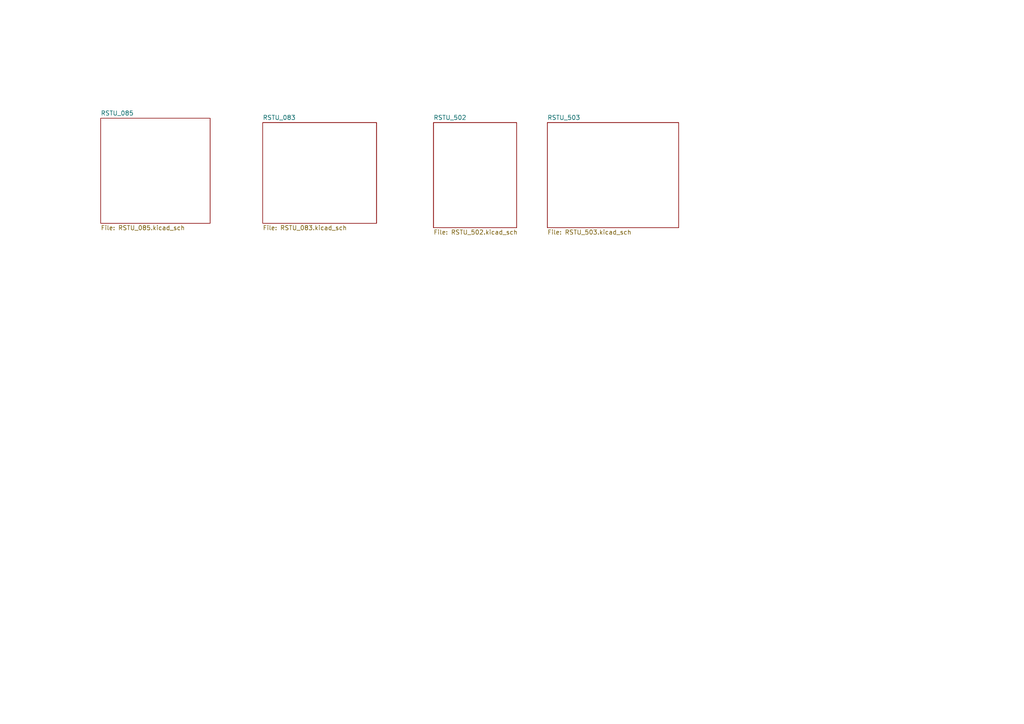
<source format=kicad_sch>
(kicad_sch (version 20230121) (generator eeschema)
  (paper "A4")
  (lib_symbols)
  (sheet (at 29.21 34.29) (size 31.75 30.48) (stroke (width 0.1524))
    (property "Sheetname" "RSTU_085" (at 29.21 33.5784 0) (effects (justify left bottom)))
    (property "Sheetfile" "RSTU_085.kicad_sch" (at 29.21 65.3546 0) (effects (justify left top)))
  )
  (sheet (at 125.73 35.56) (size 24.13 30.48) (stroke (width 0.1524))
    (property "Sheetname" "RSTU_502" (at 125.73 34.8484 0) (effects (justify left bottom)))
    (property "Sheetfile" "RSTU_502.kicad_sch" (at 125.73 66.6246 0) (effects (justify left top)))
  )
  (sheet (at 158.75 35.56) (size 38.1 30.48) (stroke (width 0.1524))
    (property "Sheetname" "RSTU_503" (at 158.75 34.8484 0) (effects (justify left bottom)))
    (property "Sheetfile" "RSTU_503.kicad_sch" (at 158.75 66.6246 0) (effects (justify left top)))
  )
  (sheet (at 76.2 35.56) (size 33.02 29.21) (stroke (width 0.1524))
    (property "Sheetname" "RSTU_083" (at 76.2 34.8484 0) (effects (justify left bottom)))
    (property "Sheetfile" "RSTU_083.kicad_sch" (at 76.2 65.3546 0) (effects (justify left top)))
  )
)
</source>
